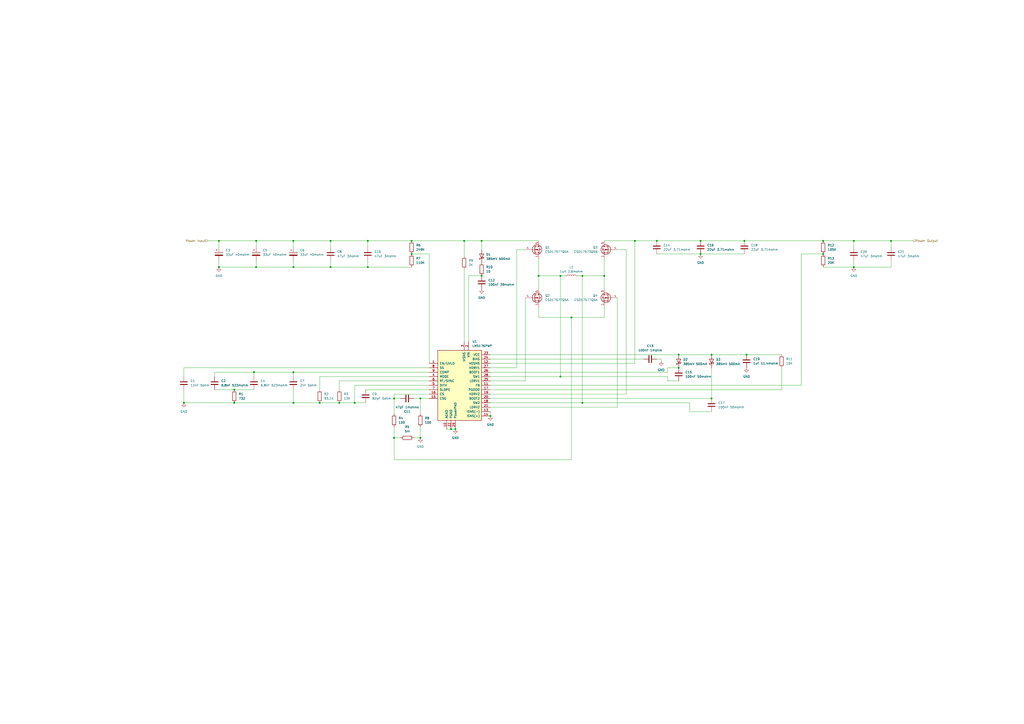
<source format=kicad_sch>
(kicad_sch (version 20231120) (generator "eeschema") (generator_version "8.0")
  (paper "A2")
  (lib_symbols
    (symbol "Device:C" (pin_numbers hide) (pin_names (offset 0.254))
      (property "Reference" "C" (at 0.635 2.54 0))
      (property "Value" "C" (at 0.635 -2.54 0))
      (symbol "C_0_1"
        (polyline (pts (xy -2.032 -0.762) (xy 2.032 -0.762)) (stroke (width 0.508)))
        (polyline (pts (xy -2.032 0.762) (xy 2.032 0.762)) (stroke (width 0.508)))
      )
      (symbol "C_1_1"
        (pin passive line (at 0 3.81 270) (length 2.794) (name "~") (number "1"))
        (pin passive line (at 0 -3.81 90) (length 2.794) (name "~") (number "2"))
      )
    )
    (symbol "Device:C_Polarized" (pin_numbers hide) (pin_names (offset 0.254))
      (property "Reference" "C" (at 0.635 2.54 0))
      (property "Value" "C_Polarized" (at 0.635 -2.54 0))
      (symbol "C_Polarized_0_1"
        (rectangle (start -2.286 0.508) (end 2.286 1.016))
        (polyline (pts (xy -1.778 2.286) (xy -0.762 2.286)))
        (polyline (pts (xy -1.27 2.794) (xy -1.27 1.778)))
        (rectangle (start 2.286 -0.508) (end -2.286 -1.016) (fill (type outline)))
      )
      (symbol "C_Polarized_1_1"
        (pin passive line (at 0 3.81 270) (length 2.794) (name "~") (number "1"))
        (pin passive line (at 0 -3.81 90) (length 2.794) (name "~") (number "2"))
      )
    )
    (symbol "Device:D_Schottky" (pin_numbers hide) (pin_names (offset 1.016) hide)
      (property "Reference" "D" (at 0 2.54 0))
      (property "Value" "D_Schottky" (at 0 -2.54 0))
      (symbol "D_Schottky_0_1"
        (polyline (pts (xy 1.27 0) (xy -1.27 0)))
        (polyline (pts (xy 1.27 1.27) (xy 1.27 -1.27) (xy -1.27 0) (xy 1.27 1.27)) (stroke (width 0.254)))
        (polyline (pts (xy -1.905 0.635) (xy -1.905 1.27) (xy -1.27 1.27) (xy -1.27 -1.27) (xy -0.635 -1.27) (xy -0.635 -0.635)) (stroke (width 0.254)))
      )
      (symbol "D_Schottky_1_1"
        (pin passive line (at -3.81 0 0) (length 2.54) (name "K") (number "1"))
        (pin passive line (at 3.81 0 180) (length 2.54) (name "A") (number "2"))
      )
    )
    (symbol "Device:L" (pin_numbers hide) (pin_names (offset 1.016) hide)
      (property "Reference" "L" (at -1.27 0 90))
      (property "Value" "L" (at 1.905 0 90))
      (symbol "L_0_1"
        (arc (start 0 -2.54) (mid 0.6323 -1.905) (end 0 -1.27))
        (arc (start 0 -1.27) (mid 0.6323 -0.635) (end 0 0))
        (arc (start 0 0) (mid 0.6323 0.635) (end 0 1.27))
        (arc (start 0 1.27) (mid 0.6323 1.905) (end 0 2.54))
      )
      (symbol "L_1_1"
        (pin passive line (at 0 3.81 270) (length 1.27) (name "1") (number "1"))
        (pin passive line (at 0 -3.81 90) (length 1.27) (name "2") (number "2"))
      )
    )
    (symbol "Device:R" (pin_numbers hide) (pin_names (offset 0))
      (property "Reference" "R" (at 2.032 0 90))
      (property "Value" "R" (at 0 0 90))
      (symbol "R_0_1"
        (rectangle (start -1.016 -2.54) (end 1.016 2.54) (stroke (width 0.254)))
      )
      (symbol "R_1_1"
        (pin passive line (at 0 3.81 270) (length 1.27) (name "~") (number "1"))
        (pin passive line (at 0 -3.81 90) (length 1.27) (name "~") (number "2"))
      )
    )
    (symbol "Regulator_Switching:LM5176PWP" (pin_names (offset 1.016))
      (property "Reference" "U" (at -12.7 24.13 0))
      (property "Value" "LM5176PWP" (at -12.7 21.59 0))
      (symbol "LM5176PWP_0_1"
        (rectangle (start -12.7 20.32) (end 12.7 -20.32) (stroke (width 0.254)) (fill (type background)))
      )
      (symbol "LM5176PWP_1_1"
        (pin input line (at -17.78 12.7 0) (length 5.08) (name "EN/UVLO") (number "1"))
        (pin power_in line (at -7.62 -25.4 90) (length 5.08) (name "AGND") (number "10"))
        (pin input line (at 17.78 0 180) (length 5.08) (name "FB") (number "11"))
        (pin output line (at 17.78 12.7 180) (length 5.08) (name "VOSNS") (number "12"))
        (pin input line (at 17.78 -15.24 180) (length 5.08) (name "ISNS(-)") (number "13"))
        (pin input line (at 17.78 -17.78 180) (length 5.08) (name "ISNS(+)") (number "14"))
        (pin input line (at -17.78 -7.62 0) (length 5.08) (name "CSG") (number "15"))
        (pin input line (at -17.78 -5.08 0) (length 5.08) (name "CS") (number "16"))
        (pin output line (at 17.78 -2.54 180) (length 5.08) (name "PGOOD") (number "17"))
        (pin output line (at 17.78 -10.16 180) (length 5.08) (name "SW2") (number "18"))
        (pin output line (at 17.78 -5.08 180) (length 5.08) (name "HDRV2") (number "19"))
        (pin power_in line (at 5.08 25.4 270) (length 5.08) (name "VIN") (number "2"))
        (pin passive line (at 17.78 -7.62 180) (length 5.08) (name "BOOT2") (number "20"))
        (pin output line (at 17.78 -12.7 180) (length 5.08) (name "LDRV2") (number "21"))
        (pin power_in line (at -5.08 -25.4 90) (length 5.08) (name "PGND") (number "22"))
        (pin power_in line (at 17.78 17.78 180) (length 5.08) (name "VCC") (number "23"))
        (pin input line (at 17.78 15.24 180) (length 5.08) (name "BIAS") (number "24"))
        (pin output line (at 17.78 2.54 180) (length 5.08) (name "LDRV1") (number "25"))
        (pin passive line (at 17.78 7.62 180) (length 5.08) (name "BOOT1") (number "26"))
        (pin output line (at 17.78 10.16 180) (length 5.08) (name "HDRV1") (number "27"))
        (pin output line (at 17.78 5.08 180) (length 5.08) (name "SW1") (number "28"))
        (pin input line (at -2.54 -25.4 90) (length 5.08) (name "PowerPAD") (number "29"))
        (pin input line (at 2.54 25.4 270) (length 5.08) (name "VISNS") (number "3"))
        (pin input line (at -17.78 5.08 0) (length 5.08) (name "MODE") (number "4"))
        (pin passive line (at -17.78 0 0) (length 5.08) (name "DITH") (number "5"))
        (pin input line (at -17.78 2.54 0) (length 5.08) (name "RT/SYNC") (number "6"))
        (pin passive line (at -17.78 -2.54 0) (length 5.08) (name "SLOPE") (number "7"))
        (pin passive line (at -17.78 10.16 0) (length 5.08) (name "SS") (number "8"))
        (pin passive line (at -17.78 7.62 0) (length 5.08) (name "COMP") (number "9"))
      )
    )
    (symbol "Transistor_FET:CSD17573Q5B" (pin_names hide)
      (property "Reference" "Q" (at 5.08 1.905 0))
      (property "Value" "CSD17573Q5B" (at 5.08 0 0))
      (symbol "CSD17573Q5B_0_1"
        (polyline (pts (xy 0.254 0) (xy -2.54 0)))
        (polyline (pts (xy 0.254 1.905) (xy 0.254 -1.905)) (stroke (width 0.254)))
        (polyline (pts (xy 0.762 -1.27) (xy 0.762 -2.286)) (stroke (width 0.254)))
        (polyline (pts (xy 0.762 0.508) (xy 0.762 -0.508)) (stroke (width 0.254)))
        (polyline (pts (xy 0.762 2.286) (xy 0.762 1.27)) (stroke (width 0.254)))
        (polyline (pts (xy 2.54 2.54) (xy 2.54 1.778)))
        (polyline (pts (xy 2.54 -2.54) (xy 2.54 0) (xy 0.762 0)))
        (polyline (pts (xy 0.762 -1.778) (xy 3.302 -1.778) (xy 3.302 1.778) (xy 0.762 1.778)))
        (polyline (pts (xy 1.016 0) (xy 2.032 0.381) (xy 2.032 -0.381) (xy 1.016 0)) (fill (type outline)))
        (polyline (pts (xy 2.794 0.508) (xy 2.921 0.381) (xy 3.683 0.381) (xy 3.81 0.254)))
        (polyline (pts (xy 3.302 0.381) (xy 2.921 -0.254) (xy 3.683 -0.254) (xy 3.302 0.381)))
        (circle (center 1.651 0) (radius 2.794) (stroke (width 0.254)))
        (circle (center 2.54 -1.778) (radius 0.254) (fill (type outline)))
        (circle (center 2.54 1.778) (radius 0.254) (fill (type outline)))
      )
      (symbol "CSD17573Q5B_1_1"
        (pin passive line (at 2.54 -5.08 90) (length 2.54) (name "S") (number "1"))
        (pin passive line (at 2.54 -5.08 90) (length 2.54) hide (name "S") (number "2"))
        (pin passive line (at 2.54 -5.08 90) (length 2.54) hide (name "S") (number "3"))
        (pin passive line (at -5.08 0 0) (length 2.54) (name "G") (number "4"))
        (pin passive line (at 2.54 5.08 270) (length 2.54) (name "D") (number "5"))
      )
    )
    (symbol "Transistor_FET:CSD17577Q5A" (pin_names hide)
      (property "Reference" "Q" (at 5.08 1.905 0))
      (property "Value" "CSD17577Q5A" (at 5.08 0 0))
      (symbol "CSD17577Q5A_0_1"
        (polyline (pts (xy 0.254 0) (xy -2.54 0)))
        (polyline (pts (xy 0.254 1.905) (xy 0.254 -1.905)) (stroke (width 0.254)))
        (polyline (pts (xy 0.762 -1.27) (xy 0.762 -2.286)) (stroke (width 0.254)))
        (polyline (pts (xy 0.762 0.508) (xy 0.762 -0.508)) (stroke (width 0.254)))
        (polyline (pts (xy 0.762 2.286) (xy 0.762 1.27)) (stroke (width 0.254)))
        (polyline (pts (xy 2.54 2.54) (xy 2.54 1.778)))
        (polyline (pts (xy 2.54 -2.54) (xy 2.54 0) (xy 0.762 0)))
        (polyline (pts (xy 0.762 -1.778) (xy 3.302 -1.778) (xy 3.302 1.778) (xy 0.762 1.778)))
        (polyline (pts (xy 1.016 0) (xy 2.032 0.381) (xy 2.032 -0.381) (xy 1.016 0)) (fill (type outline)))
        (polyline (pts (xy 2.794 0.508) (xy 2.921 0.381) (xy 3.683 0.381) (xy 3.81 0.254)))
        (polyline (pts (xy 3.302 0.381) (xy 2.921 -0.254) (xy 3.683 -0.254) (xy 3.302 0.381)))
        (circle (center 1.651 0) (radius 2.794) (stroke (width 0.254)))
        (circle (center 2.54 -1.778) (radius 0.254) (fill (type outline)))
        (circle (center 2.54 1.778) (radius 0.254) (fill (type outline)))
      )
      (symbol "CSD17577Q5A_1_1"
        (pin passive line (at 2.54 -5.08 90) (length 2.54) (name "S") (number "1"))
        (pin passive line (at 2.54 -5.08 90) (length 2.54) hide (name "S") (number "2"))
        (pin passive line (at 2.54 -5.08 90) (length 2.54) hide (name "S") (number "3"))
        (pin passive line (at -5.08 0 0) (length 2.54) (name "G") (number "4"))
        (pin passive line (at 2.54 5.08 270) (length 2.54) (name "D") (number "5"))
      )
    )
    (symbol "power:GND" (power) (pin_numbers hide) (pin_names (offset 0) hide)
      (property "Value" "GND" (at 0 -3.81 0))
      (symbol "GND_0_1"
        (polyline (pts (xy 0 0) (xy 0 -1.27) (xy 1.27 -1.27) (xy 0 -2.54) (xy -1.27 -1.27) (xy 0 -1.27)))
      )
      (symbol "GND_1_1"
        (pin power_in line (at 0 0 270) (length 0) (name "~") (number "1"))
      )
    )
  )
  (junction (at 393.7 205.74))
  (junction (at 243.84 231.14))
  (junction (at 238.76 139.7))
  (junction (at 477.52 139.7))
  (junction (at 238.76 147.32))
  (junction (at 312.42 160.02))
  (junction (at 135.89 226.06))
  (junction (at 261.62 248.92))
  (junction (at 495.3 154.94))
  (junction (at 170.18 139.7))
  (junction (at 516.89 139.7))
  (junction (at 477.52 147.32))
  (junction (at 170.18 233.68))
  (junction (at 106.68 233.68))
  (junction (at 331.47 184.15))
  (junction (at 406.4 139.7))
  (junction (at 412.75 231.14))
  (junction (at 350.52 160.02))
  (junction (at 337.82 160.02))
  (junction (at 213.36 154.94))
  (junction (at 135.89 233.68))
  (junction (at 368.3 139.7))
  (junction (at 127 139.7))
  (junction (at 325.12 218.44))
  (junction (at 431.8 139.7))
  (junction (at 148.59 139.7))
  (junction (at 191.77 139.7))
  (junction (at 213.36 139.7))
  (junction (at 406.4 147.32))
  (junction (at 269.24 139.7))
  (junction (at 170.18 154.94))
  (junction (at 196.85 233.68))
  (junction (at 127 154.94))
  (junction (at 228.6 231.14))
  (junction (at 495.3 139.7))
  (junction (at 433.07 205.74))
  (junction (at 243.84 254))
  (junction (at 228.6 254))
  (junction (at 279.4 160.02))
  (junction (at 412.75 205.74))
  (junction (at 284.48 241.3))
  (junction (at 205.74 233.68))
  (junction (at 337.82 233.68))
  (junction (at 191.77 154.94))
  (junction (at 381 139.7))
  (junction (at 147.32 215.9))
  (junction (at 148.59 154.94))
  (junction (at 325.12 160.02))
  (junction (at 185.42 233.68))
  (junction (at 393.7 213.36))
  (junction (at 264.16 248.92))
  (junction (at 279.4 139.7))
  (junction (at 170.18 215.9))
  (wire (pts (xy 135.89 226.06) (xy 124.46 226.06)))
  (wire (pts (xy 248.92 147.32) (xy 248.92 210.82)))
  (wire (pts (xy 477.52 154.94) (xy 495.3 154.94)))
  (wire (pts (xy 312.42 177.8) (xy 312.42 184.15)))
  (wire (pts (xy 279.4 139.7) (xy 312.42 139.7)))
  (wire (pts (xy 312.42 160.02) (xy 312.42 167.64)))
  (wire (pts (xy 284.48 210.82) (xy 368.3 210.82)))
  (wire (pts (xy 213.36 139.7) (xy 238.76 139.7)))
  (wire (pts (xy 243.84 254) (xy 243.84 247.65)))
  (wire (pts (xy 228.6 254) (xy 228.6 247.65)))
  (wire (pts (xy 350.52 139.7) (xy 368.3 139.7)))
  (wire (pts (xy 312.42 149.86) (xy 312.42 160.02)))
  (wire (pts (xy 127 139.7) (xy 148.59 139.7)))
  (wire (pts (xy 325.12 160.02) (xy 327.66 160.02)))
  (wire (pts (xy 147.32 215.9) (xy 170.18 215.9)))
  (wire (pts (xy 453.39 226.06) (xy 284.48 226.06)))
  (wire (pts (xy 170.18 215.9) (xy 248.92 215.9)))
  (wire (pts (xy 240.03 254) (xy 243.84 254)))
  (wire (pts (xy 350.52 184.15) (xy 350.52 177.8)))
  (wire (pts (xy 261.62 248.92) (xy 264.16 248.92)))
  (wire (pts (xy 312.42 184.15) (xy 331.47 184.15)))
  (wire (pts (xy 269.24 139.7) (xy 279.4 139.7)))
  (wire (pts (xy 368.3 139.7) (xy 381 139.7)))
  (wire (pts (xy 127 151.13) (xy 127 154.94)))
  (wire (pts (xy 304.8 220.98) (xy 304.8 172.72)))
  (wire (pts (xy 495.3 139.7) (xy 516.89 139.7)))
  (wire (pts (xy 387.35 213.36) (xy 393.7 213.36)))
  (wire (pts (xy 196.85 233.68) (xy 205.74 233.68)))
  (wire (pts (xy 170.18 139.7) (xy 191.77 139.7)))
  (wire (pts (xy 284.48 215.9) (xy 387.35 215.9)))
  (wire (pts (xy 284.48 205.74) (xy 393.7 205.74)))
  (wire (pts (xy 185.42 233.68) (xy 196.85 233.68)))
  (wire (pts (xy 516.89 151.13) (xy 516.89 154.94)))
  (wire (pts (xy 271.78 198.12) (xy 271.78 160.02)))
  (wire (pts (xy 127 139.7) (xy 120.65 139.7)))
  (wire (pts (xy 381 139.7) (xy 406.4 139.7)))
  (wire (pts (xy 412.75 213.36) (xy 412.75 231.14)))
  (wire (pts (xy 284.48 236.22) (xy 358.14 236.22)))
  (wire (pts (xy 312.42 160.02) (xy 325.12 160.02)))
  (wire (pts (xy 170.18 154.94) (xy 191.77 154.94)))
  (wire (pts (xy 387.35 218.44) (xy 387.35 220.98)))
  (wire (pts (xy 205.74 233.68) (xy 212.09 233.68)))
  (wire (pts (xy 191.77 154.94) (xy 213.36 154.94)))
  (wire (pts (xy 464.82 147.32) (xy 477.52 147.32)))
  (wire (pts (xy 284.48 223.52) (xy 464.82 223.52)))
  (wire (pts (xy 269.24 156.21) (xy 269.24 198.12)))
  (wire (pts (xy 205.74 223.52) (xy 205.74 233.68)))
  (wire (pts (xy 127 154.94) (xy 148.59 154.94)))
  (wire (pts (xy 259.08 248.92) (xy 261.62 248.92)))
  (wire (pts (xy 387.35 220.98) (xy 393.7 220.98)))
  (wire (pts (xy 412.75 231.14) (xy 284.48 231.14)))
  (wire (pts (xy 135.89 226.06) (xy 147.32 226.06)))
  (wire (pts (xy 516.89 139.7) (xy 529.59 139.7)))
  (wire (pts (xy 238.76 139.7) (xy 269.24 139.7)))
  (wire (pts (xy 337.82 233.68) (xy 400.05 233.68)))
  (wire (pts (xy 400.05 233.68) (xy 400.05 238.76)))
  (wire (pts (xy 325.12 218.44) (xy 387.35 218.44)))
  (wire (pts (xy 212.09 226.06) (xy 248.92 226.06)))
  (wire (pts (xy 135.89 233.68) (xy 170.18 233.68)))
  (wire (pts (xy 516.89 154.94) (xy 495.3 154.94)))
  (wire (pts (xy 464.82 223.52) (xy 464.82 147.32)))
  (wire (pts (xy 196.85 226.06) (xy 196.85 220.98)))
  (wire (pts (xy 477.52 139.7) (xy 495.3 139.7)))
  (wire (pts (xy 350.52 160.02) (xy 350.52 167.64)))
  (wire (pts (xy 148.59 139.7) (xy 148.59 143.51)))
  (wire (pts (xy 170.18 233.68) (xy 170.18 226.06)))
  (wire (pts (xy 127 143.51) (xy 127 139.7)))
  (wire (pts (xy 191.77 151.13) (xy 191.77 154.94)))
  (wire (pts (xy 495.3 151.13) (xy 495.3 154.94)))
  (wire (pts (xy 284.48 218.44) (xy 325.12 218.44)))
  (wire (pts (xy 232.41 231.14) (xy 228.6 231.14)))
  (wire (pts (xy 495.3 139.7) (xy 495.3 143.51)))
  (wire (pts (xy 191.77 143.51) (xy 191.77 139.7)))
  (wire (pts (xy 284.48 233.68) (xy 337.82 233.68)))
  (wire (pts (xy 147.32 215.9) (xy 147.32 218.44)))
  (wire (pts (xy 331.47 184.15) (xy 350.52 184.15)))
  (wire (pts (xy 299.72 213.36) (xy 299.72 144.78)))
  (wire (pts (xy 170.18 139.7) (xy 170.18 143.51)))
  (wire (pts (xy 248.92 228.6) (xy 228.6 228.6)))
  (wire (pts (xy 284.48 228.6) (xy 363.22 228.6)))
  (wire (pts (xy 106.68 213.36) (xy 106.68 218.44)))
  (wire (pts (xy 232.41 254) (xy 228.6 254)))
  (wire (pts (xy 148.59 151.13) (xy 148.59 154.94)))
  (wire (pts (xy 284.48 208.28) (xy 373.38 208.28)))
  (wire (pts (xy 350.52 149.86) (xy 350.52 160.02)))
  (wire (pts (xy 337.82 160.02) (xy 337.82 233.68)))
  (wire (pts (xy 299.72 144.78) (xy 304.8 144.78)))
  (wire (pts (xy 213.36 154.94) (xy 238.76 154.94)))
  (wire (pts (xy 185.42 218.44) (xy 185.42 226.06)))
  (wire (pts (xy 243.84 231.14) (xy 243.84 240.03)))
  (wire (pts (xy 279.4 144.78) (xy 279.4 139.7)))
  (wire (pts (xy 243.84 231.14) (xy 248.92 231.14)))
  (wire (pts (xy 228.6 266.7) (xy 228.6 254)))
  (wire (pts (xy 248.92 218.44) (xy 185.42 218.44)))
  (wire (pts (xy 387.35 215.9) (xy 387.35 213.36)))
  (wire (pts (xy 337.82 160.02) (xy 350.52 160.02)))
  (wire (pts (xy 383.54 208.28) (xy 381 208.28)))
  (wire (pts (xy 213.36 151.13) (xy 213.36 154.94)))
  (wire (pts (xy 393.7 205.74) (xy 412.75 205.74)))
  (wire (pts (xy 170.18 233.68) (xy 185.42 233.68)))
  (wire (pts (xy 368.3 139.7) (xy 368.3 210.82)))
  (wire (pts (xy 124.46 215.9) (xy 147.32 215.9)))
  (wire (pts (xy 516.89 139.7) (xy 516.89 143.51)))
  (wire (pts (xy 106.68 233.68) (xy 135.89 233.68)))
  (wire (pts (xy 205.74 223.52) (xy 248.92 223.52)))
  (wire (pts (xy 170.18 218.44) (xy 170.18 215.9)))
  (wire (pts (xy 412.75 205.74) (xy 433.07 205.74)))
  (wire (pts (xy 331.47 184.15) (xy 331.47 266.7)))
  (wire (pts (xy 284.48 213.36) (xy 299.72 213.36)))
  (wire (pts (xy 238.76 147.32) (xy 248.92 147.32)))
  (wire (pts (xy 271.78 160.02) (xy 279.4 160.02)))
  (wire (pts (xy 170.18 151.13) (xy 170.18 154.94)))
  (wire (pts (xy 269.24 148.59) (xy 269.24 139.7)))
  (wire (pts (xy 406.4 147.32) (xy 431.8 147.32)))
  (wire (pts (xy 106.68 226.06) (xy 106.68 233.68)))
  (wire (pts (xy 335.28 160.02) (xy 337.82 160.02)))
  (wire (pts (xy 433.07 205.74) (xy 453.39 205.74)))
  (wire (pts (xy 325.12 160.02) (xy 325.12 218.44)))
  (wire (pts (xy 124.46 215.9) (xy 124.46 218.44)))
  (wire (pts (xy 196.85 220.98) (xy 248.92 220.98)))
  (wire (pts (xy 284.48 238.76) (xy 284.48 241.3)))
  (wire (pts (xy 331.47 266.7) (xy 228.6 266.7)))
  (wire (pts (xy 228.6 228.6) (xy 228.6 231.14)))
  (wire (pts (xy 431.8 139.7) (xy 477.52 139.7)))
  (wire (pts (xy 383.54 209.55) (xy 383.54 208.28)))
  (wire (pts (xy 358.14 236.22) (xy 358.14 172.72)))
  (wire (pts (xy 248.92 213.36) (xy 106.68 213.36)))
  (wire (pts (xy 284.48 220.98) (xy 304.8 220.98)))
  (wire (pts (xy 406.4 139.7) (xy 431.8 139.7)))
  (wire (pts (xy 213.36 139.7) (xy 213.36 143.51)))
  (wire (pts (xy 363.22 228.6) (xy 363.22 144.78)))
  (wire (pts (xy 381 147.32) (xy 406.4 147.32)))
  (wire (pts (xy 191.77 139.7) (xy 213.36 139.7)))
  (wire (pts (xy 363.22 144.78) (xy 358.14 144.78)))
  (wire (pts (xy 148.59 154.94) (xy 170.18 154.94)))
  (wire (pts (xy 228.6 231.14) (xy 228.6 240.03)))
  (wire (pts (xy 148.59 139.7) (xy 170.18 139.7)))
  (wire (pts (xy 400.05 238.76) (xy 412.75 238.76)))
  (wire (pts (xy 240.03 231.14) (xy 243.84 231.14)))
  (wire (pts (xy 453.39 213.36) (xy 453.39 226.06)))
  (hierarchical_label "Power Input" (shape input) (at 120.65 139.7 180))
  (hierarchical_label "Power Output" (shape input) (at 529.59 139.7 0))
  (symbol (lib_id "power:GND") (at 284.48 241.3 0) (unit 1)
    (property "Reference" "#PWR012" (effects (hide yes)))
    (property "Value" "GND" (at 284.48 246.38 0))
    (property "Description" "Power symbol creates a global label with name \"GND\" , ground" (effects (hide yes)))
  )
  (symbol (lib_id "Device:C") (at 433.07 209.55 0) (unit 1)
    (property "Reference" "C19" (at 436.88 208.2799 0) (effects (justify left)))
    (property "Value" "1uF 11.4mohm" (at 436.88 210.8199 0) (effects (justify left)))
    (property "Footprint" "Capacitor_SMD:C_0402_1005Metric_Pad0.74x0.62mm_HandSolder" (effects (hide yes)))
    (property "Description" "Unpolarized capacitor" (effects (hide yes)))
    (property "LCSC" "C181015" (effects (hide yes)))
  )
  (symbol (lib_id "Device:C") (at 393.7 217.17 0) (unit 1)
    (property "Reference" "C15" (at 397.51 215.8999 0) (effects (justify left)))
    (property "Value" "100nF 50mohm" (at 397.51 218.4399 0) (effects (justify left)))
    (property "Footprint" "Capacitor_SMD:C_0603_1608Metric_Pad1.08x0.95mm_HandSolder" (effects (hide yes)))
    (property "Description" "Unpolarized capacitor" (effects (hide yes)))
    (property "LCSC" "C92490" (effects (hide yes)))
  )
  (symbol (lib_id "Device:C") (at 377.19 208.28 90) (unit 1)
    (property "Reference" "C13" (at 377.19 200.66 90))
    (property "Value" "100nF 1mohm" (at 377.19 203.2 90))
    (property "Footprint" "Capacitor_SMD:C_0402_1005Metric_Pad0.74x0.62mm_HandSolder" (effects (hide yes)))
    (property "Description" "Unpolarized capacitor" (effects (hide yes)))
    (property "LCSC" "C133086" (effects (hide yes)))
  )
  (symbol (lib_id "Transistor_FET:CSD17577Q5A") (at 309.88 172.72 0) (unit 1)
    (property "Reference" "Q2" (at 316.23 171.4499 0) (effects (justify left)))
    (property "Value" "CSD17577Q5A" (at 316.23 173.9899 0) (effects (justify left)))
    (property "Footprint" "Package_TO_SOT_SMD:TDSON-8-1" (effects (hide yes)))
    (property "Datasheet" "http://www.ti.com/lit/gpn/csd17577q5a" (effects (hide yes)))
    (property "Description" "60A Id, 30V Vds, NexFET N-Channel Power MOSFET, 4.2mOhm Ron, 13nC Qg(typ), SON8 5x6mm" (effects (hide yes)))
    (property "LCSC" "C475504" (effects (hide yes)))
  )
  (symbol (lib_id "Device:C") (at 412.75 234.95 0) (unit 1)
    (property "Reference" "C17" (at 416.56 233.6799 0) (effects (justify left)))
    (property "Value" "100nF 50mohm" (at 416.56 236.2199 0) (effects (justify left)))
    (property "Footprint" "Capacitor_SMD:C_0603_1608Metric_Pad1.08x0.95mm_HandSolder" (effects (hide yes)))
    (property "Description" "Unpolarized capacitor" (effects (hide yes)))
    (property "LCSC" "C92490" (effects (hide yes)))
  )
  (symbol (lib_id "power:GND") (at 127 154.94 0) (unit 1)
    (property "Reference" "#PWR08" (effects (hide yes)))
    (property "Value" "GND" (at 127 160.02 0))
    (property "Description" "Power symbol creates a global label with name \"GND\" , ground" (effects (hide yes)))
  )
  (symbol (lib_id "Device:C") (at 191.77 147.32 0) (unit 1)
    (property "Reference" "C8" (at 195.58 146.0499 0) (effects (justify left)))
    (property "Value" "47uF 3mohm" (at 195.58 148.5899 0) (effects (justify left)))
    (property "Footprint" "Capacitor_SMD:C_1210_3225Metric_Pad1.33x2.70mm_HandSolder" (effects (hide yes)))
    (property "Description" "Unpolarized capacitor" (effects (hide yes)))
    (property "LCSC" "C77101" (effects (hide yes)))
  )
  (symbol (lib_id "Device:R") (at 269.24 152.4 0) (unit 1)
    (property "Reference" "R9" (at 271.78 151.1299 0) (effects (justify left)))
    (property "Value" "2K" (at 271.78 153.6699 0) (effects (justify left)))
    (property "Footprint" "Capacitor_SMD:C_0402_1005Metric_Pad0.74x0.62mm_HandSolder" (effects (hide yes)))
    (property "Description" "Resistor" (effects (hide yes)))
    (property "LCSC" "C482125" (effects (hide yes)))
  )
  (symbol (lib_id "Device:C") (at 279.4 163.83 0) (unit 1)
    (property "Reference" "C12" (at 283.21 162.5599 0) (effects (justify left)))
    (property "Value" "100nF 39mohm" (at 283.21 165.0999 0) (effects (justify left)))
    (property "Footprint" "Resistor_SMD:R_0402_1005Metric_Pad0.72x0.64mm_HandSolder" (effects (hide yes)))
    (property "Description" "Unpolarized capacitor" (effects (hide yes)))
    (property "LCSC" "C2181865" (effects (hide yes)))
  )
  (symbol (lib_id "Device:C") (at 516.89 147.32 0) (unit 1)
    (property "Reference" "C21" (at 520.7 146.0499 0) (effects (justify left)))
    (property "Value" "47uF 3mohm" (at 520.7 148.5899 0) (effects (justify left)))
    (property "Footprint" "Capacitor_SMD:C_1210_3225Metric_Pad1.33x2.70mm_HandSolder" (effects (hide yes)))
    (property "Description" "Unpolarized capacitor" (effects (hide yes)))
    (property "LCSC" "C77101" (effects (hide yes)))
  )
  (symbol (lib_id "Device:C") (at 147.32 222.25 0) (unit 1)
    (property "Reference" "C4" (at 151.13 220.9799 0) (effects (justify left)))
    (property "Value" "6.8nF 523mohm" (at 151.13 223.5199 0) (effects (justify left)))
    (property "Footprint" "Capacitor_SMD:C_0402_1005Metric_Pad0.74x0.62mm_HandSolder" (effects (hide yes)))
    (property "Description" "Unpolarized capacitor" (effects (hide yes)))
    (property "LCSC" "C3840335" (effects (hide yes)))
  )
  (symbol (lib_id "Device:C") (at 124.46 222.25 0) (unit 1)
    (property "Reference" "C2" (at 128.27 220.9799 0) (effects (justify left)))
    (property "Value" "6.8nF 523mohm" (at 128.27 223.5199 0) (effects (justify left)))
    (property "Footprint" "Capacitor_SMD:C_0402_1005Metric_Pad0.74x0.62mm_HandSolder" (effects (hide yes)))
    (property "Description" "Unpolarized capacitor" (effects (hide yes)))
    (property "LCSC" "C3840335" (effects (hide yes)))
  )
  (symbol (lib_id "Device:R") (at 243.84 243.84 0) (unit 1)
    (property "Reference" "R8" (at 246.38 242.5699 0) (effects (justify left)))
    (property "Value" "100" (at 246.38 245.1099 0) (effects (justify left)))
    (property "Footprint" "Resistor_SMD:R_0402_1005Metric_Pad0.72x0.64mm_HandSolder" (effects (hide yes)))
    (property "Description" "Resistor" (effects (hide yes)))
    (property "LCSC" "C844713" (effects (hide yes)))
  )
  (symbol (lib_id "Device:R") (at 477.52 143.51 0) (unit 1)
    (property "Reference" "R12" (at 480.06 142.2399 0) (effects (justify left)))
    (property "Value" "105K" (at 480.06 144.7799 0) (effects (justify left)))
    (property "Footprint" "Resistor_SMD:R_0603_1608Metric_Pad0.98x0.95mm_HandSolder" (effects (hide yes)))
    (property "Description" "Resistor" (effects (hide yes)))
    (property "LCSC" "C227540" (effects (hide yes)))
  )
  (symbol (lib_id "Device:D_Schottky") (at 412.75 209.55 90) (unit 1)
    (property "Reference" "D3" (at 415.29 208.5974 90) (effects (justify right)))
    (property "Value" "385mV 500mA" (at 415.29 211.1374 90) (effects (justify right)))
    (property "Footprint" "Diode_SMD:D_SOD-123" (effects (hide yes)))
    (property "Description" "Schottky diode" (effects (hide yes)))
    (property "LCSC" "C398783" (effects (hide yes)))
  )
  (symbol (lib_id "Device:R") (at 236.22 254 90) (unit 1)
    (property "Reference" "R5" (at 236.22 247.65 90))
    (property "Value" "5m" (at 236.22 250.19 90))
    (property "Footprint" "Resistor_SMD:R_2512_6332Metric_Pad1.40x3.35mm_HandSolder" (effects (hide yes)))
    (property "Description" "Resistor" (effects (hide yes)))
    (property "LCSC" "C22468851" (effects (hide yes)))
  )
  (symbol (lib_id "power:GND") (at 106.68 233.68 0) (unit 1)
    (property "Reference" "#PWR07" (effects (hide yes)))
    (property "Value" "GND" (at 106.68 238.76 0))
    (property "Description" "Power symbol creates a global label with name \"GND\" , ground" (effects (hide yes)))
  )
  (symbol (lib_id "Device:R") (at 279.4 156.21 0) (unit 1)
    (property "Reference" "R10" (at 281.94 154.9399 0) (effects (justify left)))
    (property "Value" "10" (at 281.94 157.4799 0) (effects (justify left)))
    (property "Footprint" "Resistor_SMD:R_0402_1005Metric_Pad0.72x0.64mm_HandSolder" (effects (hide yes)))
    (property "Description" "Resistor" (effects (hide yes)))
    (property "LCSC" "C481926" (effects (hide yes)))
  )
  (symbol (lib_id "Device:C") (at 431.8 143.51 0) (unit 1)
    (property "Reference" "C18" (at 435.61 142.2399 0) (effects (justify left)))
    (property "Value" "22uF 3.71mohm" (at 435.61 144.7799 0) (effects (justify left)))
    (property "Footprint" "Capacitor_SMD:C_0603_1608Metric_Pad1.08x0.95mm_HandSolder" (effects (hide yes)))
    (property "Description" "Unpolarized capacitor" (effects (hide yes)))
    (property "LCSC" "C86295" (effects (hide yes)))
  )
  (symbol (lib_id "Device:R") (at 238.76 151.13 0) (unit 1)
    (property "Reference" "R7" (at 241.3 149.8599 0) (effects (justify left)))
    (property "Value" "110K" (at 241.3 152.3999 0) (effects (justify left)))
    (property "Footprint" "Capacitor_SMD:C_0402_1005Metric_Pad0.74x0.62mm_HandSolder" (effects (hide yes)))
    (property "Description" "Resistor" (effects (hide yes)))
    (property "LCSC" "C481928" (effects (hide yes)))
  )
  (symbol (lib_id "Device:L") (at 331.47 160.02 90) (unit 1)
    (property "Reference" "L1" (at 331.47 154.94 90))
    (property "Value" "1uH 2.6mohm" (at 331.47 157.48 90))
    (property "Footprint" "Inductors:XAL7070-102ME" (effects (hide yes)))
    (property "Description" "Inductor" (effects (hide yes)))
    (property "LCSC" "C6609502" (effects (hide yes)))
  )
  (symbol (lib_id "power:GND") (at 383.54 209.55 0) (unit 1)
    (property "Reference" "#PWR013" (effects (hide yes)))
    (property "Value" "GND" (at 383.54 214.63 0))
    (property "Description" "Power symbol creates a global label with name \"GND\" , ground" (effects (hide yes)))
  )
  (symbol (lib_id "Device:C") (at 381 143.51 0) (unit 1)
    (property "Reference" "C14" (at 384.81 142.2399 0) (effects (justify left)))
    (property "Value" "22uF 3.71mohm" (at 384.81 144.7799 0) (effects (justify left)))
    (property "Footprint" "Capacitor_SMD:C_0603_1608Metric_Pad1.08x0.95mm_HandSolder" (effects (hide yes)))
    (property "Description" "Unpolarized capacitor" (effects (hide yes)))
    (property "LCSC" "C86295" (effects (hide yes)))
  )
  (symbol (lib_id "Device:R") (at 196.85 229.87 0) (unit 1)
    (property "Reference" "R3" (at 199.39 228.5999 0) (effects (justify left)))
    (property "Value" "13K" (at 199.39 231.1399 0) (effects (justify left)))
    (property "Footprint" "Resistor_SMD:R_0402_1005Metric_Pad0.72x0.64mm_HandSolder" (effects (hide yes)))
    (property "Description" "Resistor" (effects (hide yes)))
    (property "LCSC" "C294438" (effects (hide yes)))
  )
  (symbol (lib_id "Transistor_FET:CSD17577Q5A") (at 309.88 144.78 0) (unit 1)
    (property "Reference" "Q1" (at 316.23 143.5099 0) (effects (justify left)))
    (property "Value" "CSD17577Q5A" (at 316.23 146.0499 0) (effects (justify left)))
    (property "Footprint" "Package_TO_SOT_SMD:TDSON-8-1" (effects (hide yes)))
    (property "Datasheet" "http://www.ti.com/lit/gpn/csd17577q5a" (effects (hide yes)))
    (property "Description" "60A Id, 30V Vds, NexFET N-Channel Power MOSFET, 4.2mOhm Ron, 13nC Qg(typ), SON8 5x6mm" (effects (hide yes)))
    (property "LCSC" "C475504" (effects (hide yes)))
  )
  (symbol (lib_id "Device:C") (at 406.4 143.51 0) (unit 1)
    (property "Reference" "C16" (at 410.21 142.2399 0) (effects (justify left)))
    (property "Value" "22uF 3.71mohm" (at 410.21 144.7799 0) (effects (justify left)))
    (property "Footprint" "Capacitor_SMD:C_0603_1608Metric_Pad1.08x0.95mm_HandSolder" (effects (hide yes)))
    (property "Description" "Unpolarized capacitor" (effects (hide yes)))
    (property "LCSC" "C86295" (effects (hide yes)))
  )
  (symbol (lib_id "Device:C") (at 212.09 229.87 0) (unit 1)
    (property "Reference" "C9" (at 215.9 228.5999 0) (effects (justify left)))
    (property "Value" "82pF 0ohm" (at 215.9 231.1399 0) (effects (justify left)))
    (property "Footprint" "Capacitor_SMD:C_0402_1005Metric_Pad0.74x0.62mm_HandSolder" (effects (hide yes)))
    (property "Description" "Unpolarized capacitor" (effects (hide yes)))
    (property "LCSC" "C650992" (effects (hide yes)))
  )
  (symbol (lib_id "Device:D_Schottky") (at 279.4 148.59 90) (unit 1)
    (property "Reference" "D1" (at 281.94 147.6374 90) (effects (justify right)))
    (property "Value" "385mV 500mA" (at 281.94 150.1774 90) (effects (justify right)))
    (property "Footprint" "Diode_SMD:D_SOD-123" (effects (hide yes)))
    (property "Description" "Schottky diode" (effects (hide yes)))
    (property "LCSC" "C155367" (effects (hide yes)))
  )
  (symbol (lib_id "Device:C") (at 495.3 147.32 0) (unit 1)
    (property "Reference" "C20" (at 499.11 146.0499 0) (effects (justify left)))
    (property "Value" "47uF 3mohm" (at 499.11 148.5899 0) (effects (justify left)))
    (property "Footprint" "Capacitor_SMD:C_1210_3225Metric_Pad1.33x2.70mm_HandSolder" (effects (hide yes)))
    (property "Description" "Unpolarized capacitor" (effects (hide yes)))
    (property "LCSC" "C77101" (effects (hide yes)))
  )
  (symbol (lib_id "power:GND") (at 406.4 147.32 0) (unit 1)
    (property "Reference" "#PWR014" (effects (hide yes)))
    (property "Value" "GND" (at 406.4 152.4 0))
    (property "Description" "Power symbol creates a global label with name \"GND\" , ground" (effects (hide yes)))
  )
  (symbol (lib_id "power:GND") (at 433.07 213.36 0) (unit 1)
    (property "Reference" "#PWR015" (effects (hide yes)))
    (property "Value" "GND" (at 433.07 218.44 0))
    (property "Description" "Power symbol creates a global label with name \"GND\" , ground" (effects (hide yes)))
  )
  (symbol (lib_id "Regulator_Switching:LM5176PWP") (at 266.7 223.52 0) (unit 1)
    (property "Reference" "U1" (at 273.9741 198.12 0) (effects (justify left)))
    (property "Value" "LM5176PWP" (at 273.9741 200.66 0) (effects (justify left)))
    (property "Footprint" "Package_SO:HTSSOP-28-1EP_4.4x9.7mm_P0.65mm_EP3.4x9.5mm_ThermalVias" (effects (hide yes)))
    (property "Datasheet" "http://www.ti.com/lit/ds/symlink/lm5176.pdf" (effects (hide yes)))
    (property "Description" "55-V wide Vin synchronous 4-switch Buck-Boost controller, HTSSOP-28 package" (effects (hide yes)))
  )
  (symbol (lib_id "Device:C_Polarized") (at 170.18 147.32 0) (unit 1)
    (property "Reference" "C6" (at 173.99 145.1609 0) (effects (justify left)))
    (property "Value" "33uF 40mohm" (at 173.99 147.7009 0) (effects (justify left)))
    (property "Footprint" "Capacitors:EEFCX1E330R" (effects (hide yes)))
    (property "Description" "Polarized capacitor" (effects (hide yes)))
    (property "LCSC" "C193237" (effects (hide yes)))
  )
  (symbol (lib_id "power:GND") (at 495.3 154.94 0) (unit 1)
    (property "Reference" "#PWR016" (effects (hide yes)))
    (property "Value" "GND" (at 495.3 160.02 0))
    (property "Description" "Power symbol creates a global label with name \"GND\" , ground" (effects (hide yes)))
  )
  (symbol (lib_id "Device:R") (at 238.76 143.51 0) (unit 1)
    (property "Reference" "R6" (at 241.3 142.2399 0) (effects (justify left)))
    (property "Value" "249K" (at 241.3 144.7799 0) (effects (justify left)))
    (property "Footprint" "Capacitor_SMD:C_0402_1005Metric_Pad0.74x0.62mm_HandSolder" (effects (hide yes)))
    (property "Description" "Resistor" (effects (hide yes)))
    (property "LCSC" "C482111" (effects (hide yes)))
  )
  (symbol (lib_id "Device:C") (at 236.22 231.14 90) (mirror x) (unit 1)
    (property "Reference" "C11" (at 236.22 238.76 90))
    (property "Value" "47pF 1mohms" (at 236.22 236.22 90))
    (property "Footprint" "Capacitor_SMD:C_0402_1005Metric_Pad0.74x0.62mm_HandSolder" (effects (hide yes)))
    (property "Description" "Unpolarized capacitor" (effects (hide yes)))
    (property "LCSC" "C76970" (effects (hide yes)))
  )
  (symbol (lib_id "power:GND") (at 243.84 254 0) (unit 1)
    (property "Reference" "#PWR09" (effects (hide yes)))
    (property "Value" "GND" (at 243.84 259.08 0))
    (property "Description" "Power symbol creates a global label with name \"GND\" , ground" (effects (hide yes)))
  )
  (symbol (lib_id "Device:R") (at 453.39 209.55 0) (unit 1)
    (property "Reference" "R11" (at 455.93 208.2799 0) (effects (justify left)))
    (property "Value" "10K" (at 455.93 210.8199 0) (effects (justify left)))
    (property "Footprint" "Resistor_SMD:R_0402_1005Metric_Pad0.72x0.64mm_HandSolder" (effects (hide yes)))
    (property "Description" "Resistor" (effects (hide yes)))
    (property "LCSC" "C71617" (effects (hide yes)))
  )
  (symbol (lib_id "power:GND") (at 279.4 167.64 0) (unit 1)
    (property "Reference" "#PWR011" (effects (hide yes)))
    (property "Value" "GND" (at 279.4 172.72 0))
    (property "Description" "Power symbol creates a global label with name \"GND\" , ground" (effects (hide yes)))
  )
  (symbol (lib_id "Device:C") (at 213.36 147.32 0) (unit 1)
    (property "Reference" "C10" (at 217.17 146.0499 0) (effects (justify left)))
    (property "Value" "47uF 3mohm" (at 217.17 148.5899 0) (effects (justify left)))
    (property "Footprint" "Capacitor_SMD:C_1210_3225Metric_Pad1.33x2.70mm_HandSolder" (effects (hide yes)))
    (property "Description" "Unpolarized capacitor" (effects (hide yes)))
    (property "LCSC" "C77101" (effects (hide yes)))
  )
  (symbol (lib_id "power:GND") (at 264.16 248.92 0) (unit 1)
    (property "Reference" "#PWR010" (effects (hide yes)))
    (property "Value" "GND" (at 264.16 254 0))
    (property "Description" "Power symbol creates a global label with name \"GND\" , ground" (effects (hide yes)))
  )
  (symbol (lib_id "Device:R") (at 135.89 229.87 0) (unit 1)
    (property "Reference" "R1" (at 138.43 228.5999 0) (effects (justify left)))
    (property "Value" "732" (at 138.43 231.1399 0) (effects (justify left)))
    (property "Footprint" "Resistor_SMD:R_0402_1005Metric_Pad0.72x0.64mm_HandSolder" (effects (hide yes)))
    (property "Description" "Resistor" (effects (hide yes)))
    (property "LCSC" "C2085222" (effects (hide yes)))
  )
  (symbol (lib_id "Device:R") (at 228.6 243.84 0) (unit 1)
    (property "Reference" "R4" (at 231.14 242.5699 0) (effects (justify left)))
    (property "Value" "100" (at 231.14 245.1099 0) (effects (justify left)))
    (property "Footprint" "Resistor_SMD:R_0402_1005Metric_Pad0.72x0.64mm_HandSolder" (effects (hide yes)))
    (property "Description" "Resistor" (effects (hide yes)))
    (property "LCSC" "C844713" (effects (hide yes)))
  )
  (symbol (lib_id "Device:R") (at 185.42 229.87 0) (unit 1)
    (property "Reference" "R2" (at 187.96 228.5999 0) (effects (justify left)))
    (property "Value" "93.1K" (at 187.96 231.1399 0) (effects (justify left)))
    (property "Footprint" "Resistor_SMD:R_0402_1005Metric_Pad0.72x0.64mm_HandSolder" (effects (hide yes)))
    (property "Description" "Resistor" (effects (hide yes)))
    (property "LCSC" "C2085865" (effects (hide yes)))
  )
  (symbol (lib_id "Device:R") (at 477.52 151.13 0) (unit 1)
    (property "Reference" "R13" (at 480.06 149.8599 0) (effects (justify left)))
    (property "Value" "20K" (at 480.06 152.3999 0) (effects (justify left)))
    (property "Footprint" "Resistor_SMD:R_0603_1608Metric_Pad0.98x0.95mm_HandSolder" (effects (hide yes)))
    (property "Description" "Resistor" (effects (hide yes)))
    (property "LCSC" "C105575" (effects (hide yes)))
  )
  (symbol (lib_id "Device:C") (at 170.18 222.25 0) (unit 1)
    (property "Reference" "C7" (at 173.99 220.9799 0) (effects (justify left)))
    (property "Value" "2nF 0ohm" (at 173.99 223.5199 0) (effects (justify left)))
    (property "Footprint" "Capacitor_SMD:C_0402_1005Metric_Pad0.74x0.62mm_HandSolder" (effects (hide yes)))
    (property "Description" "Unpolarized capacitor" (effects (hide yes)))
    (property "LCSC" "C1845704" (effects (hide yes)))
  )
  (symbol (lib_id "Device:C_Polarized") (at 148.59 147.32 0) (unit 1)
    (property "Reference" "C5" (at 152.4 145.1609 0) (effects (justify left)))
    (property "Value" "33uF 40mohm" (at 152.4 147.7009 0) (effects (justify left)))
    (property "Footprint" "Capacitors:EEFCX1E330R" (effects (hide yes)))
    (property "Description" "Polarized capacitor" (effects (hide yes)))
    (property "LCSC" "C193237" (effects (hide yes)))
  )
  (symbol (lib_id "Device:C") (at 106.68 222.25 0) (unit 1)
    (property "Reference" "C1" (at 110.49 220.9799 0) (effects (justify left)))
    (property "Value" "12nF 0ohm" (at 110.49 223.5199 0) (effects (justify left)))
    (property "Footprint" "Capacitor_SMD:C_0603_1608Metric_Pad1.08x0.95mm_HandSolder" (effects (hide yes)))
    (property "Description" "Unpolarized capacitor" (effects (hide yes)))
    (property "LCSC" "C519540" (effects (hide yes)))
  )
  (symbol (lib_id "Transistor_FET:CSD17577Q5A") (at 353.06 172.72 0) (mirror y) (unit 1)
    (property "Reference" "Q4" (at 346.71 171.4499 0) (effects (justify left)))
    (property "Value" "CSD17577Q5A" (at 346.71 173.9899 0) (effects (justify left)))
    (property "Footprint" "Package_TO_SOT_SMD:TDSON-8-1" (effects (hide yes)))
    (property "Datasheet" "http://www.ti.com/lit/gpn/csd17577q5a" (effects (hide yes)))
    (property "Description" "60A Id, 30V Vds, NexFET N-Channel Power MOSFET, 4.2mOhm Ron, 13nC Qg(typ), SON8 5x6mm" (effects (hide yes)))
    (property "LCSC" "C475504" (effects (hide yes)))
  )
  (symbol (lib_id "Device:C_Polarized") (at 127 147.32 0) (unit 1)
    (property "Reference" "C3" (at 130.81 145.1609 0) (effects (justify left)))
    (property "Value" "33uF 40mohm" (at 130.81 147.7009 0) (effects (justify left)))
    (property "Footprint" "Capacitors:EEFCX1E330R" (effects (hide yes)))
    (property "Description" "Polarized capacitor" (effects (hide yes)))
    (property "LCSC" "C193237" (effects (hide yes)))
  )
  (symbol (lib_id "Transistor_FET:CSD17573Q5B") (at 353.06 144.78 0) (mirror y) (unit 1)
    (property "Reference" "Q3" (at 346.71 143.5099 0) (effects (justify left)))
    (property "Value" "CSD17573Q5B" (at 346.71 146.0499 0) (effects (justify left)))
    (property "Footprint" "Package_TO_SOT_SMD:TDSON-8-1" (effects (hide yes)))
    (property "Datasheet" "http://www.ti.com/lit/gpn/csd17573q5b" (effects (hide yes)))
    (property "Description" "100A Id, 30V Vds, NexFET N-Channel Power MOSFET, 1mOhm Ron, 49nC Qg(typ), SON8 5x6mm" (effects (hide yes)))
    (property "LCSC" "C202231" (effects (hide yes)))
  )
  (symbol (lib_id "Device:D_Schottky") (at 393.7 209.55 90) (unit 1)
    (property "Reference" "D2" (at 396.24 208.5974 90) (effects (justify right)))
    (property "Value" "385mV 500mA" (at 396.24 211.1374 90) (effects (justify right)))
    (property "Footprint" "Diode_SMD:D_SOD-123" (effects (hide yes)))
    (property "Description" "Schottky diode" (effects (hide yes)))
    (property "LCSC" "C398783" (effects (hide yes)))
  )
)
</source>
